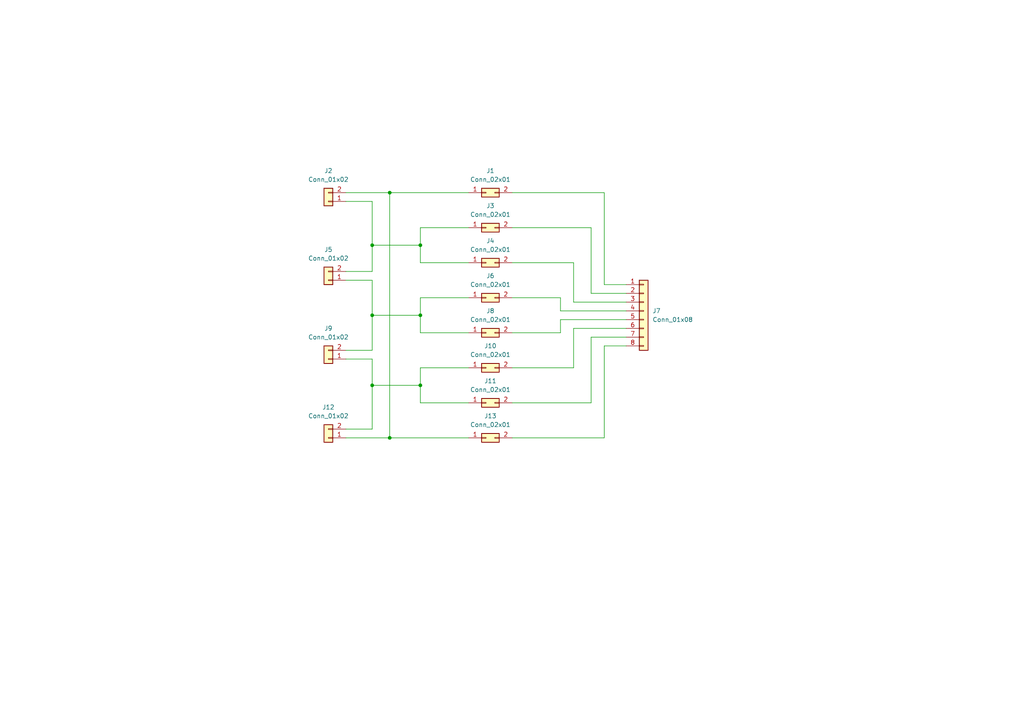
<source format=kicad_sch>
(kicad_sch (version 20211123) (generator eeschema)
  (paper "A4")
  (lib_symbols
    (symbol "Connector_Generic:Conn_01x02" (pin_names (offset 1.016) hide)
      (property "Reference" "J" (at 0 2.54 0))
      (property "Value" "Conn_01x02" (at 0 -5.08 0))
      (symbol "Conn_01x02_1_1"
        (rectangle (start -1.27 -2.413) (end 0 -2.667) (stroke (width 0.1524)))
        (rectangle (start -1.27 0.127) (end 0 -0.127) (stroke (width 0.1524)))
        (rectangle (start -1.27 1.27) (end 1.27 -3.81) (stroke (width 0.254)) (fill (type background)))
        (pin passive line (at -5.08 0 0) (length 3.81) (name "Pin_1") (number "1"))
        (pin passive line (at -5.08 -2.54 0) (length 3.81) (name "Pin_2") (number "2"))
      )
    )
    (symbol "Connector_Generic:Conn_01x08" (pin_names (offset 1.016) hide)
      (property "Reference" "J" (at 0 10.16 0))
      (property "Value" "Conn_01x08" (at 0 -12.7 0))
      (symbol "Conn_01x08_1_1"
        (rectangle (start -1.27 -10.033) (end 0 -10.287) (stroke (width 0.1524)))
        (rectangle (start -1.27 -7.493) (end 0 -7.747) (stroke (width 0.1524)))
        (rectangle (start -1.27 -4.953) (end 0 -5.207) (stroke (width 0.1524)))
        (rectangle (start -1.27 -2.413) (end 0 -2.667) (stroke (width 0.1524)))
        (rectangle (start -1.27 0.127) (end 0 -0.127) (stroke (width 0.1524)))
        (rectangle (start -1.27 2.667) (end 0 2.413) (stroke (width 0.1524)))
        (rectangle (start -1.27 5.207) (end 0 4.953) (stroke (width 0.1524)))
        (rectangle (start -1.27 7.747) (end 0 7.493) (stroke (width 0.1524)))
        (rectangle (start -1.27 8.89) (end 1.27 -11.43) (stroke (width 0.254)) (fill (type background)))
        (pin passive line (at -5.08 7.62 0) (length 3.81) (name "Pin_1") (number "1"))
        (pin passive line (at -5.08 5.08 0) (length 3.81) (name "Pin_2") (number "2"))
        (pin passive line (at -5.08 2.54 0) (length 3.81) (name "Pin_3") (number "3"))
        (pin passive line (at -5.08 0 0) (length 3.81) (name "Pin_4") (number "4"))
        (pin passive line (at -5.08 -2.54 0) (length 3.81) (name "Pin_5") (number "5"))
        (pin passive line (at -5.08 -5.08 0) (length 3.81) (name "Pin_6") (number "6"))
        (pin passive line (at -5.08 -7.62 0) (length 3.81) (name "Pin_7") (number "7"))
        (pin passive line (at -5.08 -10.16 0) (length 3.81) (name "Pin_8") (number "8"))
      )
    )
    (symbol "Connector_Generic:Conn_02x01" (pin_names (offset 1.016) hide)
      (property "Reference" "J" (at 1.27 2.54 0))
      (property "Value" "Conn_02x01" (at 1.27 -2.54 0))
      (symbol "Conn_02x01_1_1"
        (rectangle (start -1.27 0.127) (end 0 -0.127) (stroke (width 0.1524)))
        (rectangle (start -1.27 1.27) (end 3.81 -1.27) (stroke (width 0.254)) (fill (type background)))
        (rectangle (start 3.81 0.127) (end 2.54 -0.127) (stroke (width 0.1524)))
        (pin passive line (at -5.08 0 0) (length 3.81) (name "Pin_1") (number "1"))
        (pin passive line (at 7.62 0 180) (length 3.81) (name "Pin_2") (number "2"))
      )
    )
  )
  (junction (at 121.92 91.44))
  (junction (at 107.95 91.44))
  (junction (at 113.03 127))
  (junction (at 121.92 111.76))
  (junction (at 107.95 71.12))
  (junction (at 113.03 55.88))
  (junction (at 121.92 71.12))
  (junction (at 107.95 111.76))
  (wire (pts (xy 162.56 96.52) (xy 162.56 92.71)))
  (wire (pts (xy 121.92 66.04) (xy 121.92 71.12)))
  (wire (pts (xy 107.95 71.12) (xy 121.92 71.12)))
  (wire (pts (xy 181.61 85.09) (xy 171.45 85.09)))
  (wire (pts (xy 181.61 87.63) (xy 166.37 87.63)))
  (wire (pts (xy 107.95 104.14) (xy 107.95 111.76)))
  (wire (pts (xy 107.95 78.74) (xy 100.33 78.74)))
  (wire (pts (xy 107.95 58.42) (xy 107.95 71.12)))
  (wire (pts (xy 148.59 86.36) (xy 162.56 86.36)))
  (wire (pts (xy 100.33 81.28) (xy 107.95 81.28)))
  (wire (pts (xy 171.45 116.84) (xy 148.59 116.84)))
  (wire (pts (xy 148.59 55.88) (xy 175.26 55.88)))
  (wire (pts (xy 121.92 91.44) (xy 107.95 91.44)))
  (wire (pts (xy 171.45 85.09) (xy 171.45 66.04)))
  (wire (pts (xy 175.26 100.33) (xy 175.26 127)))
  (wire (pts (xy 107.95 101.6) (xy 100.33 101.6)))
  (wire (pts (xy 107.95 111.76) (xy 121.92 111.76)))
  (wire (pts (xy 113.03 55.88) (xy 135.89 55.88)))
  (wire (pts (xy 100.33 127) (xy 113.03 127)))
  (wire (pts (xy 135.89 106.68) (xy 121.92 106.68)))
  (wire (pts (xy 181.61 97.79) (xy 171.45 97.79)))
  (wire (pts (xy 175.26 127) (xy 148.59 127)))
  (wire (pts (xy 121.92 71.12) (xy 121.92 76.2)))
  (wire (pts (xy 181.61 100.33) (xy 175.26 100.33)))
  (wire (pts (xy 121.92 111.76) (xy 121.92 116.84)))
  (wire (pts (xy 162.56 92.71) (xy 181.61 92.71)))
  (wire (pts (xy 181.61 90.17) (xy 162.56 90.17)))
  (wire (pts (xy 100.33 58.42) (xy 107.95 58.42)))
  (wire (pts (xy 148.59 106.68) (xy 166.37 106.68)))
  (wire (pts (xy 121.92 116.84) (xy 135.89 116.84)))
  (wire (pts (xy 100.33 55.88) (xy 113.03 55.88)))
  (wire (pts (xy 148.59 96.52) (xy 162.56 96.52)))
  (wire (pts (xy 113.03 127) (xy 113.03 55.88)))
  (wire (pts (xy 121.92 96.52) (xy 135.89 96.52)))
  (wire (pts (xy 166.37 76.2) (xy 148.59 76.2)))
  (wire (pts (xy 181.61 95.25) (xy 166.37 95.25)))
  (wire (pts (xy 162.56 90.17) (xy 162.56 86.36)))
  (wire (pts (xy 107.95 81.28) (xy 107.95 91.44)))
  (wire (pts (xy 181.61 82.55) (xy 175.26 82.55)))
  (wire (pts (xy 107.95 111.76) (xy 107.95 124.46)))
  (wire (pts (xy 171.45 66.04) (xy 148.59 66.04)))
  (wire (pts (xy 107.95 91.44) (xy 107.95 101.6)))
  (wire (pts (xy 107.95 124.46) (xy 100.33 124.46)))
  (wire (pts (xy 121.92 76.2) (xy 135.89 76.2)))
  (wire (pts (xy 166.37 87.63) (xy 166.37 76.2)))
  (wire (pts (xy 100.33 104.14) (xy 107.95 104.14)))
  (wire (pts (xy 121.92 106.68) (xy 121.92 111.76)))
  (wire (pts (xy 175.26 55.88) (xy 175.26 82.55)))
  (wire (pts (xy 107.95 71.12) (xy 107.95 78.74)))
  (wire (pts (xy 166.37 95.25) (xy 166.37 106.68)))
  (wire (pts (xy 121.92 86.36) (xy 121.92 91.44)))
  (wire (pts (xy 135.89 66.04) (xy 121.92 66.04)))
  (wire (pts (xy 135.89 86.36) (xy 121.92 86.36)))
  (wire (pts (xy 113.03 127) (xy 135.89 127)))
  (wire (pts (xy 171.45 97.79) (xy 171.45 116.84)))
  (wire (pts (xy 121.92 91.44) (xy 121.92 96.52)))
  (symbol (lib_id "Connector_Generic:Conn_02x01") (at 140.97 116.84 0) (unit 1)
    (property "Reference" "J11" (at 142.24 110.49 0))
    (property "Value" "Conn_02x01" (at 142.24 113.03 0))
    (property "Footprint" "Connector_PinHeader_2.54mm:PinHeader_2x01_P2.54mm_Vertical" (effects hide))
  )
  (symbol (lib_id "Connector_Generic:Conn_02x01") (at 140.97 55.88 0) (unit 1)
    (property "Reference" "J1" (at 142.24 49.53 0))
    (property "Value" "Conn_02x01" (at 142.24 52.07 0))
    (property "Footprint" "Connector_PinHeader_2.54mm:PinHeader_2x01_P2.54mm_Vertical" (effects hide))
  )
  (symbol (lib_id "Connector_Generic:Conn_02x01") (at 140.97 96.52 0) (unit 1)
    (property "Reference" "J8" (at 142.24 90.17 0))
    (property "Value" "Conn_02x01" (at 142.24 92.71 0))
    (property "Footprint" "Connector_PinHeader_2.54mm:PinHeader_2x01_P2.54mm_Vertical" (effects hide))
  )
  (symbol (lib_id "Connector_Generic:Conn_01x08") (at 186.69 90.17 0) (unit 1)
    (property "Reference" "J7" (at 189.23 90.1699 0) (effects (justify left)))
    (property "Value" "Conn_01x08" (at 189.23 92.7099 0) (effects (justify left)))
    (property "Footprint" "Connector_Phoenix_MSTB:PhoenixContact_MSTBVA_2,5_8-G-5,08_1x08_P5.08mm_Vertical" (effects hide))
  )
  (symbol (lib_id "Connector_Generic:Conn_02x01") (at 140.97 66.04 0) (unit 1)
    (property "Reference" "J3" (at 142.24 59.69 0))
    (property "Value" "Conn_02x01" (at 142.24 62.23 0))
    (property "Footprint" "Connector_PinHeader_2.54mm:PinHeader_2x01_P2.54mm_Vertical" (effects hide))
  )
  (symbol (lib_id "Connector_Generic:Conn_02x01") (at 140.97 86.36 0) (unit 1)
    (property "Reference" "J6" (at 142.24 80.01 0))
    (property "Value" "Conn_02x01" (at 142.24 82.55 0))
    (property "Footprint" "Connector_PinHeader_2.54mm:PinHeader_2x01_P2.54mm_Vertical" (effects hide))
  )
  (symbol (lib_id "Connector_Generic:Conn_01x02") (at 95.25 81.28 180) (unit 1)
    (property "Reference" "J5" (at 95.25 72.39 0))
    (property "Value" "Conn_01x02" (at 95.25 74.93 0))
    (property "Footprint" "Connector_Phoenix_MSTB:PhoenixContact_MSTBVA_2,5_2-G-5,08_1x02_P5.08mm_Vertical" (effects hide))
  )
  (symbol (lib_id "Connector_Generic:Conn_02x01") (at 140.97 127 0) (unit 1)
    (property "Reference" "J13" (at 142.24 120.65 0))
    (property "Value" "Conn_02x01" (at 142.24 123.19 0))
    (property "Footprint" "Connector_PinHeader_2.54mm:PinHeader_2x01_P2.54mm_Vertical" (effects hide))
  )
  (symbol (lib_id "Connector_Generic:Conn_01x02") (at 95.25 58.42 180) (unit 1)
    (property "Reference" "J2" (at 95.25 49.53 0))
    (property "Value" "Conn_01x02" (at 95.25 52.07 0))
    (property "Footprint" "Connector_Phoenix_MSTB:PhoenixContact_MSTBVA_2,5_2-G-5,08_1x02_P5.08mm_Vertical" (effects hide))
  )
  (symbol (lib_id "Connector_Generic:Conn_01x02") (at 95.25 127 180) (unit 1)
    (property "Reference" "J12" (at 95.25 118.11 0))
    (property "Value" "Conn_01x02" (at 95.25 120.65 0))
    (property "Footprint" "Connector_Phoenix_MSTB:PhoenixContact_MSTBVA_2,5_2-G-5,08_1x02_P5.08mm_Vertical" (effects hide))
  )
  (symbol (lib_id "Connector_Generic:Conn_02x01") (at 140.97 76.2 0) (unit 1)
    (property "Reference" "J4" (at 142.24 69.85 0))
    (property "Value" "Conn_02x01" (at 142.24 72.39 0))
    (property "Footprint" "Connector_PinHeader_2.54mm:PinHeader_2x01_P2.54mm_Vertical" (effects hide))
  )
  (symbol (lib_id "Connector_Generic:Conn_01x02") (at 95.25 104.14 180) (unit 1)
    (property "Reference" "J9" (at 95.25 95.25 0))
    (property "Value" "Conn_01x02" (at 95.25 97.79 0))
    (property "Footprint" "Connector_Phoenix_MSTB:PhoenixContact_MSTBVA_2,5_2-G-5,08_1x02_P5.08mm_Vertical" (effects hide))
  )
  (symbol (lib_id "Connector_Generic:Conn_02x01") (at 140.97 106.68 0) (unit 1)
    (property "Reference" "J10" (at 142.24 100.33 0))
    (property "Value" "Conn_02x01" (at 142.24 102.87 0))
    (property "Footprint" "Connector_PinHeader_2.54mm:PinHeader_2x01_P2.54mm_Vertical" (effects hide))
  )
)
</source>
